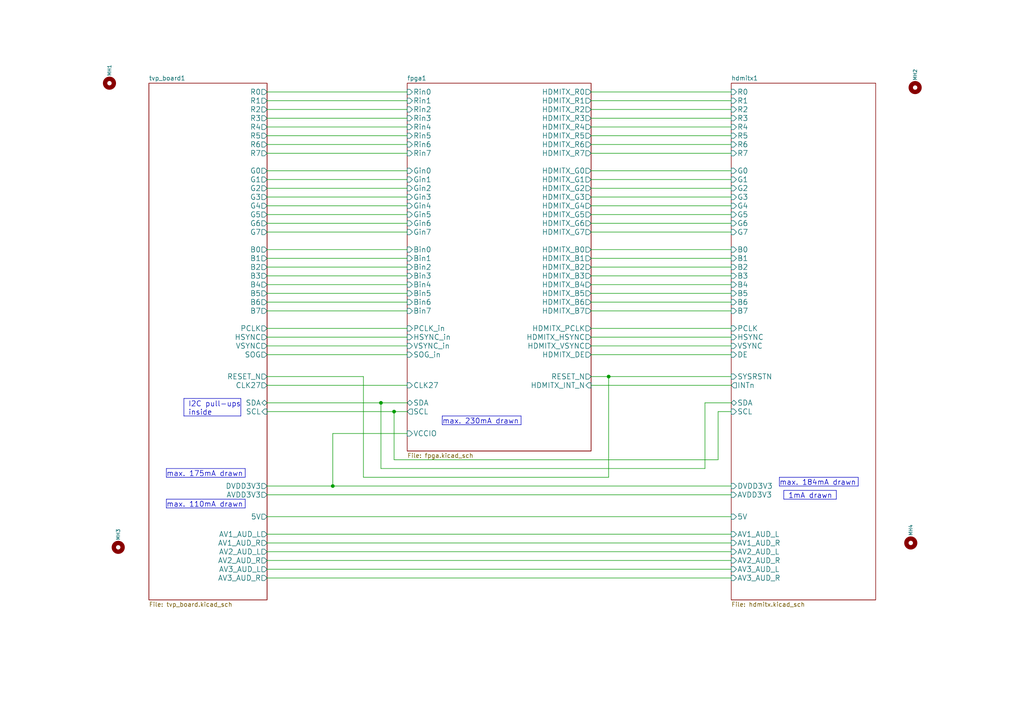
<source format=kicad_sch>
(kicad_sch (version 20230121) (generator eeschema)
  (paper "A4")
  (title_block (title "Open Source Scan Converter") (date "2023-05-18") (rev "1.8"))
  (lib_symbols
    (symbol "Mechanical:MountingHole" (pin_names (offset 1.016))
      (property "Reference" "H" (at 0 5.08 0))
      (property "Value" "MountingHole" (at 0 3.175 0))
      (symbol "MountingHole_0_1"
        (circle (center 0 0) (radius 1.27) (stroke (width 1.27)))
      )
    )
  )
  (junction (at 176.53 109.22))
  (junction (at 96.52 140.97))
  (junction (at 114.3 119.38))
  (junction (at 110.49 116.84))
  (wire (pts (xy 77.47 74.93) (xy 118.11 74.93)))
  (wire (pts (xy 77.47 49.53) (xy 118.11 49.53)))
  (wire (pts (xy 171.45 49.53) (xy 212.09 49.53)))
  (wire (pts (xy 77.47 57.15) (xy 118.11 57.15)))
  (polyline (pts (xy 48.26 135.89) (xy 71.12 135.89)))
  (wire (pts (xy 171.45 36.83) (xy 212.09 36.83)))
  (wire (pts (xy 77.47 87.63) (xy 118.11 87.63)))
  (polyline (pts (xy 226.06 138.43) (xy 226.06 140.97)))
  (polyline (pts (xy 48.26 144.78) (xy 71.12 144.78)))
  (polyline (pts (xy 227.33 142.24) (xy 242.57 142.24)))
  (polyline (pts (xy 48.26 144.78) (xy 48.26 147.32)))
  (wire (pts (xy 171.45 95.25) (xy 212.09 95.25)))
  (wire (pts (xy 77.47 62.23) (xy 118.11 62.23)))
  (wire (pts (xy 171.45 52.07) (xy 212.09 52.07)))
  (wire (pts (xy 114.3 119.38) (xy 114.3 133.35)))
  (wire (pts (xy 96.52 140.97) (xy 212.09 140.97)))
  (wire (pts (xy 77.47 31.75) (xy 118.11 31.75)))
  (polyline (pts (xy 242.57 142.24) (xy 242.57 144.78)))
  (polyline (pts (xy 69.85 120.65) (xy 53.34 120.65)))
  (wire (pts (xy 77.47 154.94) (xy 212.09 154.94)))
  (wire (pts (xy 77.47 167.64) (xy 212.09 167.64)))
  (wire (pts (xy 171.45 67.31) (xy 212.09 67.31)))
  (polyline (pts (xy 227.33 144.78) (xy 242.57 144.78)))
  (polyline (pts (xy 71.12 138.43) (xy 48.26 138.43)))
  (wire (pts (xy 118.11 95.25) (xy 77.47 95.25)))
  (polyline (pts (xy 48.26 147.32) (xy 71.12 147.32)))
  (wire (pts (xy 171.45 111.76) (xy 212.09 111.76)))
  (wire (pts (xy 77.47 29.21) (xy 118.11 29.21)))
  (wire (pts (xy 171.45 44.45) (xy 212.09 44.45)))
  (wire (pts (xy 77.47 119.38) (xy 114.3 119.38)))
  (wire (pts (xy 77.47 77.47) (xy 118.11 77.47)))
  (wire (pts (xy 171.45 64.77) (xy 212.09 64.77)))
  (polyline (pts (xy 248.92 140.97) (xy 248.92 138.43)))
  (wire (pts (xy 77.47 109.22) (xy 105.41 109.22)))
  (wire (pts (xy 77.47 100.33) (xy 118.11 100.33)))
  (wire (pts (xy 77.47 67.31) (xy 118.11 67.31)))
  (polyline (pts (xy 69.85 115.57) (xy 69.85 120.65)))
  (wire (pts (xy 171.45 100.33) (xy 212.09 100.33)))
  (polyline (pts (xy 151.13 123.19) (xy 151.13 120.65)))
  (wire (pts (xy 77.47 54.61) (xy 118.11 54.61)))
  (polyline (pts (xy 128.27 123.19) (xy 151.13 123.19)))
  (wire (pts (xy 105.41 138.43) (xy 105.41 109.22)))
  (wire (pts (xy 208.28 119.38) (xy 208.28 133.35)))
  (polyline (pts (xy 226.06 140.97) (xy 248.92 140.97)))
  (wire (pts (xy 77.47 90.17) (xy 118.11 90.17)))
  (wire (pts (xy 171.45 74.93) (xy 212.09 74.93)))
  (wire (pts (xy 171.45 102.87) (xy 212.09 102.87)))
  (wire (pts (xy 171.45 87.63) (xy 212.09 87.63)))
  (wire (pts (xy 171.45 41.91) (xy 212.09 41.91)))
  (wire (pts (xy 77.47 102.87) (xy 118.11 102.87)))
  (wire (pts (xy 77.47 59.69) (xy 118.11 59.69)))
  (wire (pts (xy 77.47 26.67) (xy 118.11 26.67)))
  (wire (pts (xy 77.47 149.86) (xy 212.09 149.86)))
  (wire (pts (xy 171.45 57.15) (xy 212.09 57.15)))
  (polyline (pts (xy 71.12 135.89) (xy 71.12 138.43)))
  (wire (pts (xy 77.47 162.56) (xy 212.09 162.56)))
  (wire (pts (xy 171.45 29.21) (xy 212.09 29.21)))
  (wire (pts (xy 171.45 97.79) (xy 212.09 97.79)))
  (wire (pts (xy 176.53 109.22) (xy 212.09 109.22)))
  (polyline (pts (xy 53.34 120.65) (xy 53.34 115.57)))
  (wire (pts (xy 171.45 77.47) (xy 212.09 77.47)))
  (wire (pts (xy 171.45 62.23) (xy 212.09 62.23)))
  (polyline (pts (xy 71.12 147.32) (xy 71.12 144.78)))
  (wire (pts (xy 204.47 116.84) (xy 212.09 116.84)))
  (wire (pts (xy 77.47 82.55) (xy 118.11 82.55)))
  (polyline (pts (xy 248.92 138.43) (xy 226.06 138.43)))
  (wire (pts (xy 96.52 125.73) (xy 96.52 140.97)))
  (polyline (pts (xy 48.26 138.43) (xy 48.26 135.89)))
  (wire (pts (xy 176.53 138.43) (xy 105.41 138.43)))
  (wire (pts (xy 77.47 36.83) (xy 118.11 36.83)))
  (wire (pts (xy 208.28 119.38) (xy 212.09 119.38)))
  (polyline (pts (xy 53.34 115.57) (xy 69.85 115.57)))
  (wire (pts (xy 114.3 119.38) (xy 118.11 119.38)))
  (wire (pts (xy 171.45 31.75) (xy 212.09 31.75)))
  (wire (pts (xy 77.47 97.79) (xy 118.11 97.79)))
  (polyline (pts (xy 227.33 144.78) (xy 227.33 142.24)))
  (wire (pts (xy 171.45 90.17) (xy 212.09 90.17)))
  (wire (pts (xy 77.47 80.01) (xy 118.11 80.01)))
  (wire (pts (xy 171.45 82.55) (xy 212.09 82.55)))
  (wire (pts (xy 77.47 34.29) (xy 118.11 34.29)))
  (wire (pts (xy 171.45 59.69) (xy 212.09 59.69)))
  (wire (pts (xy 110.49 116.84) (xy 118.11 116.84)))
  (wire (pts (xy 77.47 157.48) (xy 212.09 157.48)))
  (wire (pts (xy 208.28 133.35) (xy 114.3 133.35)))
  (wire (pts (xy 171.45 34.29) (xy 212.09 34.29)))
  (wire (pts (xy 171.45 80.01) (xy 212.09 80.01)))
  (wire (pts (xy 176.53 109.22) (xy 176.53 138.43)))
  (wire (pts (xy 110.49 116.84) (xy 110.49 135.89)))
  (wire (pts (xy 77.47 143.51) (xy 212.09 143.51)))
  (wire (pts (xy 171.45 72.39) (xy 212.09 72.39)))
  (wire (pts (xy 171.45 109.22) (xy 176.53 109.22)))
  (wire (pts (xy 96.52 125.73) (xy 118.11 125.73)))
  (wire (pts (xy 171.45 54.61) (xy 212.09 54.61)))
  (wire (pts (xy 77.47 64.77) (xy 118.11 64.77)))
  (wire (pts (xy 77.47 39.37) (xy 118.11 39.37)))
  (wire (pts (xy 77.47 44.45) (xy 118.11 44.45)))
  (polyline (pts (xy 128.27 120.65) (xy 151.13 120.65)))
  (wire (pts (xy 77.47 116.84) (xy 110.49 116.84)))
  (polyline (pts (xy 128.27 123.19) (xy 128.27 120.65)))
  (wire (pts (xy 171.45 39.37) (xy 212.09 39.37)))
  (wire (pts (xy 171.45 26.67) (xy 212.09 26.67)))
  (wire (pts (xy 77.47 160.02) (xy 212.09 160.02)))
  (wire (pts (xy 77.47 72.39) (xy 118.11 72.39)))
  (wire (pts (xy 204.47 135.89) (xy 110.49 135.89)))
  (wire (pts (xy 77.47 85.09) (xy 118.11 85.09)))
  (wire (pts (xy 77.47 140.97) (xy 96.52 140.97)))
  (wire (pts (xy 77.47 165.1) (xy 212.09 165.1)))
  (wire (pts (xy 77.47 41.91) (xy 118.11 41.91)))
  (wire (pts (xy 171.45 85.09) (xy 212.09 85.09)))
  (wire (pts (xy 204.47 116.84) (xy 204.47 135.89)))
  (wire (pts (xy 77.47 111.76) (xy 118.11 111.76)))
  (wire (pts (xy 77.47 52.07) (xy 118.11 52.07)))
  (text "1mA drawn" (at 228.6 144.78 0) (effects (font (size 1.524 1.524)) (justify left bottom)))
  (text "max. 230mA drawn" (at 128.27 123.19 0) (effects (font (size 1.524 1.524)) (justify left bottom)))
  (text "max. 184mA drawn" (at 226.06 140.97 0) (effects (font (size 1.524 1.524)) (justify left bottom)))
  (text "max. 110mA drawn" (at 48.26 147.32 0) (effects (font (size 1.524 1.524)) (justify left bottom)))
  (text "max. 175mA drawn" (at 48.26 138.43 0) (effects (font (size 1.524 1.524)) (justify left bottom)))
  (text "I2C pull-ups\ninside" (at 54.61 120.65 0) (effects (font (size 1.524 1.524)) (justify left bottom)))
  (symbol (lib_id "Mechanical:MountingHole") (at 31.75 24.13 90) (unit 1)
    (property "Reference" "MH1" (at 31.75 22.098 0) (effects (font (size 1.016 1.016)) (justify left)))
    (property "Value" "CONN_1" (effects hide))
    (property "Footprint" "Connect:1pin" (effects hide))
  )
  (symbol (lib_id "Mechanical:MountingHole") (at 34.29 158.75 90) (unit 1)
    (property "Reference" "MH3" (at 34.29 156.718 0) (effects (font (size 1.016 1.016)) (justify left)))
    (property "Value" "CONN_1" (effects hide))
    (property "Footprint" "Connect:1pin" (effects hide))
  )
  (symbol (lib_id "Mechanical:MountingHole") (at 265.43 25.4 90) (unit 1)
    (property "Reference" "MH2" (at 265.43 23.368 0) (effects (font (size 1.016 1.016)) (justify left)))
    (property "Value" "CONN_1" (effects hide))
    (property "Footprint" "Connect:1pin" (effects hide))
  )
  (symbol (lib_id "Mechanical:MountingHole") (at 264.16 157.48 90) (unit 1)
    (property "Reference" "MH4" (at 264.16 155.448 0) (effects (font (size 1.016 1.016)) (justify left)))
    (property "Value" "CONN_1" (effects hide))
    (property "Footprint" "Connect:1pin" (effects hide))
  )
  (sheet (at 43.18 24.13) (size 34.29 149.86)
    (property "Sheetname" "tvp_board1" (at 43.18 23.4184 0) (effects (justify left bottom)))
    (property "Sheetfile" "tvp_board.kicad_sch" (at 43.18 174.5746 0) (effects (justify left top)))
    (pin "R0" output (at 77.47 26.67 0) (effects (font (size 1.524 1.524))))
    (pin "R2" output (at 77.47 31.75 0) (effects (font (size 1.524 1.524))))
    (pin "R4" output (at 77.47 36.83 0) (effects (font (size 1.524 1.524))))
    (pin "R6" output (at 77.47 41.91 0) (effects (font (size 1.524 1.524))))
    (pin "G0" output (at 77.47 49.53 0) (effects (font (size 1.524 1.524))))
    (pin "R1" output (at 77.47 29.21 0) (effects (font (size 1.524 1.524))))
    (pin "R3" output (at 77.47 34.29 0) (effects (font (size 1.524 1.524))))
    (pin "R5" output (at 77.47 39.37 0) (effects (font (size 1.524 1.524))))
    (pin "R7" output (at 77.47 44.45 0) (effects (font (size 1.524 1.524))))
    (pin "G1" output (at 77.47 52.07 0) (effects (font (size 1.524 1.524))))
    (pin "G2" output (at 77.47 54.61 0) (effects (font (size 1.524 1.524))))
    (pin "G4" output (at 77.47 59.69 0) (effects (font (size 1.524 1.524))))
    (pin "G6" output (at 77.47 64.77 0) (effects (font (size 1.524 1.524))))
    (pin "G3" output (at 77.47 57.15 0) (effects (font (size 1.524 1.524))))
    (pin "G5" output (at 77.47 62.23 0) (effects (font (size 1.524 1.524))))
    (pin "G7" output (at 77.47 67.31 0) (effects (font (size 1.524 1.524))))
    (pin "B0" output (at 77.47 72.39 0) (effects (font (size 1.524 1.524))))
    (pin "B2" output (at 77.47 77.47 0) (effects (font (size 1.524 1.524))))
    (pin "B4" output (at 77.47 82.55 0) (effects (font (size 1.524 1.524))))
    (pin "B6" output (at 77.47 87.63 0) (effects (font (size 1.524 1.524))))
    (pin "B1" output (at 77.47 74.93 0) (effects (font (size 1.524 1.524))))
    (pin "B3" output (at 77.47 80.01 0) (effects (font (size 1.524 1.524))))
    (pin "B5" output (at 77.47 85.09 0) (effects (font (size 1.524 1.524))))
    (pin "B7" output (at 77.47 90.17 0) (effects (font (size 1.524 1.524))))
    (pin "RESET_N" output (at 77.47 109.22 0) (effects (font (size 1.524 1.524))))
    (pin "HSYNC" output (at 77.47 97.79 0) (effects (font (size 1.524 1.524))))
    (pin "VSYNC" output (at 77.47 100.33 0) (effects (font (size 1.524 1.524))))
    (pin "SOG" output (at 77.47 102.87 0) (effects (font (size 1.524 1.524))))
    (pin "PCLK" output (at 77.47 95.25 0) (effects (font (size 1.524 1.524))))
    (pin "SDA" bidirectional (at 77.47 116.84 0) (effects (font (size 1.524 1.524))))
    (pin "SCL" input (at 77.47 119.38 0) (effects (font (size 1.524 1.524))))
    (pin "AVDD3V3" output (at 77.47 143.51 0) (effects (font (size 1.524 1.524))))
    (pin "DVDD3V3" output (at 77.47 140.97 0) (effects (font (size 1.524 1.524))))
    (pin "CLK27" output (at 77.47 111.76 0) (effects (font (size 1.524 1.524))))
    (pin "5V" output (at 77.47 149.86 0) (effects (font (size 1.524 1.524))))
    (pin "AV2_AUD_L" output (at 77.47 160.02 0) (effects (font (size 1.524 1.524))))
    (pin "AV2_AUD_R" output (at 77.47 162.56 0) (effects (font (size 1.524 1.524))))
    (pin "AV1_AUD_L" output (at 77.47 154.94 0) (effects (font (size 1.524 1.524))))
    (pin "AV1_AUD_R" output (at 77.47 157.48 0) (effects (font (size 1.524 1.524))))
    (pin "AV3_AUD_L" output (at 77.47 165.1 0) (effects (font (size 1.524 1.524))))
    (pin "AV3_AUD_R" output (at 77.47 167.64 0) (effects (font (size 1.524 1.524))))
  )
  (sheet (at 118.11 24.13) (size 53.34 106.68)
    (property "Sheetname" "fpga1" (at 118.11 23.4184 0) (effects (justify left bottom)))
    (property "Sheetfile" "fpga.kicad_sch" (at 118.11 131.3946 0) (effects (justify left top)))
    (pin "SDA" bidirectional (at 118.11 116.84 180) (effects (font (size 1.524 1.524))))
    (pin "SCL" output (at 118.11 119.38 180) (effects (font (size 1.524 1.524))))
    (pin "PCLK_in" input (at 118.11 95.25 180) (effects (font (size 1.524 1.524))))
    (pin "HSYNC_in" input (at 118.11 97.79 180) (effects (font (size 1.524 1.524))))
    (pin "VSYNC_in" input (at 118.11 100.33 180) (effects (font (size 1.524 1.524))))
    (pin "SOG_in" input (at 118.11 102.87 180) (effects (font (size 1.524 1.524))))
    (pin "HDMITX_INT_N" input (at 171.45 111.76 0) (effects (font (size 1.524 1.524))))
    (pin "HDMITX_VSYNC" output (at 171.45 100.33 0) (effects (font (size 1.524 1.524))))
    (pin "HDMITX_HSYNC" output (at 171.45 97.79 0) (effects (font (size 1.524 1.524))))
    (pin "HDMITX_DE" output (at 171.45 102.87 0) (effects (font (size 1.524 1.524))))
    (pin "HDMITX_PCLK" output (at 171.45 95.25 0) (effects (font (size 1.524 1.524))))
    (pin "Rin0" input (at 118.11 26.67 180) (effects (font (size 1.524 1.524))))
    (pin "Rin1" input (at 118.11 29.21 180) (effects (font (size 1.524 1.524))))
    (pin "Rin2" input (at 118.11 31.75 180) (effects (font (size 1.524 1.524))))
    (pin "Rin3" input (at 118.11 34.29 180) (effects (font (size 1.524 1.524))))
    (pin "Rin4" input (at 118.11 36.83 180) (effects (font (size 1.524 1.524))))
    (pin "Rin5" input (at 118.11 39.37 180) (effects (font (size 1.524 1.524))))
    (pin "Rin6" input (at 118.11 41.91 180) (effects (font (size 1.524 1.524))))
    (pin "Rin7" input (at 118.11 44.45 180) (effects (font (size 1.524 1.524))))
    (pin "Gin0" input (at 118.11 49.53 180) (effects (font (size 1.524 1.524))))
    (pin "Gin1" input (at 118.11 52.07 180) (effects (font (size 1.524 1.524))))
    (pin "Gin2" input (at 118.11 54.61 180) (effects (font (size 1.524 1.524))))
    (pin "Gin3" input (at 118.11 57.15 180) (effects (font (size 1.524 1.524))))
    (pin "Gin4" input (at 118.11 59.69 180) (effects (font (size 1.524 1.524))))
    (pin "Gin5" input (at 118.11 62.23 180) (effects (font (size 1.524 1.524))))
    (pin "Gin6" input (at 118.11 64.77 180) (effects (font (size 1.524 1.524))))
    (pin "Gin7" input (at 118.11 67.31 180) (effects (font (size 1.524 1.524))))
    (pin "Bin0" input (at 118.11 72.39 180) (effects (font (size 1.524 1.524))))
    (pin "Bin1" input (at 118.11 74.93 180) (effects (font (size 1.524 1.524))))
    (pin "Bin2" input (at 118.11 77.47 180) (effects (font (size 1.524 1.524))))
    (pin "Bin3" input (at 118.11 80.01 180) (effects (font (size 1.524 1.524))))
    (pin "Bin4" input (at 118.11 82.55 180) (effects (font (size 1.524 1.524))))
    (pin "Bin5" input (at 118.11 85.09 180) (effects (font (size 1.524 1.524))))
    (pin "Bin6" input (at 118.11 87.63 180) (effects (font (size 1.524 1.524))))
    (pin "Bin7" input (at 118.11 90.17 180) (effects (font (size 1.524 1.524))))
    (pin "HDMITX_B0" output (at 171.45 72.39 0) (effects (font (size 1.524 1.524))))
    (pin "HDMITX_B1" output (at 171.45 74.93 0) (effects (font (size 1.524 1.524))))
    (pin "HDMITX_B2" output (at 171.45 77.47 0) (effects (font (size 1.524 1.524))))
    (pin "HDMITX_B3" output (at 171.45 80.01 0) (effects (font (size 1.524 1.524))))
    (pin "HDMITX_B4" output (at 171.45 82.55 0) (effects (font (size 1.524 1.524))))
    (pin "HDMITX_B5" output (at 171.45 85.09 0) (effects (font (size 1.524 1.524))))
    (pin "HDMITX_B6" output (at 171.45 87.63 0) (effects (font (size 1.524 1.524))))
    (pin "HDMITX_B7" output (at 171.45 90.17 0) (effects (font (size 1.524 1.524))))
    (pin "HDMITX_G0" output (at 171.45 49.53 0) (effects (font (size 1.524 1.524))))
    (pin "HDMITX_G1" output (at 171.45 52.07 0) (effects (font (size 1.524 1.524))))
    (pin "HDMITX_G2" output (at 171.45 54.61 0) (effects (font (size 1.524 1.524))))
    (pin "HDMITX_G3" output (at 171.45 57.15 0) (effects (font (size 1.524 1.524))))
    (pin "HDMITX_G4" output (at 171.45 59.69 0) (effects (font (size 1.524 1.524))))
    (pin "HDMITX_G5" output (at 171.45 62.23 0) (effects (font (size 1.524 1.524))))
    (pin "HDMITX_G6" output (at 171.45 64.77 0) (effects (font (size 1.524 1.524))))
    (pin "HDMITX_G7" output (at 171.45 67.31 0) (effects (font (size 1.524 1.524))))
    (pin "HDMITX_R0" output (at 171.45 26.67 0) (effects (font (size 1.524 1.524))))
    (pin "HDMITX_R1" output (at 171.45 29.21 0) (effects (font (size 1.524 1.524))))
    (pin "HDMITX_R2" output (at 171.45 31.75 0) (effects (font (size 1.524 1.524))))
    (pin "HDMITX_R3" output (at 171.45 34.29 0) (effects (font (size 1.524 1.524))))
    (pin "HDMITX_R4" output (at 171.45 36.83 0) (effects (font (size 1.524 1.524))))
    (pin "HDMITX_R5" output (at 171.45 39.37 0) (effects (font (size 1.524 1.524))))
    (pin "HDMITX_R6" output (at 171.45 41.91 0) (effects (font (size 1.524 1.524))))
    (pin "HDMITX_R7" output (at 171.45 44.45 0) (effects (font (size 1.524 1.524))))
    (pin "VCCIO" input (at 118.11 125.73 180) (effects (font (size 1.524 1.524))))
    (pin "CLK27" input (at 118.11 111.76 180) (effects (font (size 1.524 1.524))))
    (pin "RESET_N" output (at 171.45 109.22 0) (effects (font (size 1.524 1.524))))
  )
  (sheet (at 212.09 24.13) (size 41.91 149.86)
    (property "Sheetname" "hdmitx1" (at 212.09 23.4184 0) (effects (justify left bottom)))
    (property "Sheetfile" "hdmitx.kicad_sch" (at 212.09 174.5746 0) (effects (justify left top)))
    (pin "DE" input (at 212.09 102.87 180) (effects (font (size 1.524 1.524))))
    (pin "HSYNC" input (at 212.09 97.79 180) (effects (font (size 1.524 1.524))))
    (pin "VSYNC" input (at 212.09 100.33 180) (effects (font (size 1.524 1.524))))
    (pin "SDA" bidirectional (at 212.09 116.84 180) (effects (font (size 1.524 1.524))))
    (pin "SCL" input (at 212.09 119.38 180) (effects (font (size 1.524 1.524))))
    (pin "B0" input (at 212.09 72.39 180) (effects (font (size 1.524 1.524))))
    (pin "B1" input (at 212.09 74.93 180) (effects (font (size 1.524 1.524))))
    (pin "B2" input (at 212.09 77.47 180) (effects (font (size 1.524 1.524))))
    (pin "B3" input (at 212.09 80.01 180) (effects (font (size 1.524 1.524))))
    (pin "B4" input (at 212.09 82.55 180) (effects (font (size 1.524 1.524))))
    (pin "B5" input (at 212.09 85.09 180) (effects (font (size 1.524 1.524))))
    (pin "B6" input (at 212.09 87.63 180) (effects (font (size 1.524 1.524))))
    (pin "B7" input (at 212.09 90.17 180) (effects (font (size 1.524 1.524))))
    (pin "G0" input (at 212.09 49.53 180) (effects (font (size 1.524 1.524))))
    (pin "G1" input (at 212.09 52.07 180) (effects (font (size 1.524 1.524))))
    (pin "G2" input (at 212.09 54.61 180) (effects (font (size 1.524 1.524))))
    (pin "G3" input (at 212.09 57.15 180) (effects (font (size 1.524 1.524))))
    (pin "G4" input (at 212.09 59.69 180) (effects (font (size 1.524 1.524))))
    (pin "G5" input (at 212.09 62.23 180) (effects (font (size 1.524 1.524))))
    (pin "G6" input (at 212.09 64.77 180) (effects (font (size 1.524 1.524))))
    (pin "G7" input (at 212.09 67.31 180) (effects (font (size 1.524 1.524))))
    (pin "R0" input (at 212.09 26.67 180) (effects (font (size 1.524 1.524))))
    (pin "R1" input (at 212.09 29.21 180) (effects (font (size 1.524 1.524))))
    (pin "R2" input (at 212.09 31.75 180) (effects (font (size 1.524 1.524))))
    (pin "R3" input (at 212.09 34.29 180) (effects (font (size 1.524 1.524))))
    (pin "R4" input (at 212.09 36.83 180) (effects (font (size 1.524 1.524))))
    (pin "R5" input (at 212.09 39.37 180) (effects (font (size 1.524 1.524))))
    (pin "R6" input (at 212.09 41.91 180) (effects (font (size 1.524 1.524))))
    (pin "R7" input (at 212.09 44.45 180) (effects (font (size 1.524 1.524))))
    (pin "PCLK" input (at 212.09 95.25 180) (effects (font (size 1.524 1.524))))
    (pin "SYSRSTN" input (at 212.09 109.22 180) (effects (font (size 1.524 1.524))))
    (pin "INTn" output (at 212.09 111.76 180) (effects (font (size 1.524 1.524))))
    (pin "DVDD3V3" input (at 212.09 140.97 180) (effects (font (size 1.524 1.524))))
    (pin "AVDD3V3" input (at 212.09 143.51 180) (effects (font (size 1.524 1.524))))
    (pin "5V" input (at 212.09 149.86 180) (effects (font (size 1.524 1.524))))
    (pin "AV1_AUD_L" input (at 212.09 154.94 180) (effects (font (size 1.524 1.524))))
    (pin "AV1_AUD_R" input (at 212.09 157.48 180) (effects (font (size 1.524 1.524))))
    (pin "AV2_AUD_L" input (at 212.09 160.02 180) (effects (font (size 1.524 1.524))))
    (pin "AV2_AUD_R" input (at 212.09 162.56 180) (effects (font (size 1.524 1.524))))
    (pin "AV3_AUD_L" input (at 212.09 165.1 180) (effects (font (size 1.524 1.524))))
    (pin "AV3_AUD_R" input (at 212.09 167.64 180) (effects (font (size 1.524 1.524))))
  )
)
</source>
